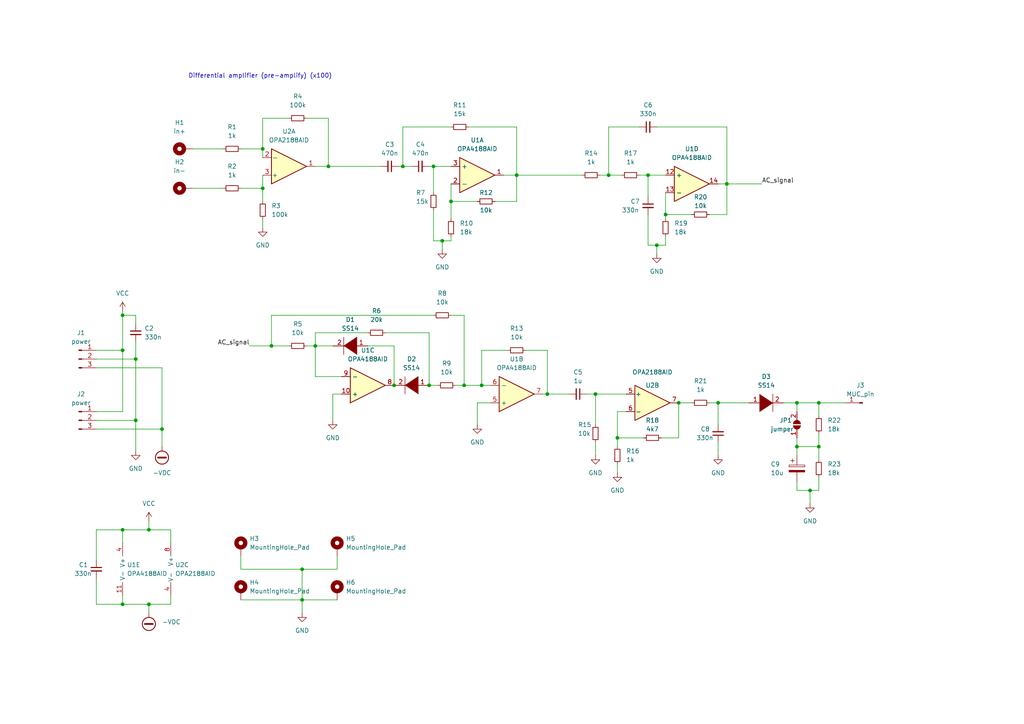
<source format=kicad_sch>
(kicad_sch (version 20211123) (generator eeschema)
  (paper "A4")
  (lib_symbols
    (symbol "Amplifier_Operational:OPA2197xD" (pin_names (offset 0.127))
      (property "Reference" "U" (at 2.54 6.35 0))
      (property "Value" "OPA2197xD" (at 2.54 3.81 0))
      (symbol "OPA2197xD_1_1"
        (polyline (pts (xy 5.08 0) (xy -5.08 5.08) (xy -5.08 -5.08) (xy 5.08 0)) (stroke (width 0.254)) (fill (type background)))
        (pin output line (at 7.62 0 180) (length 2.54) (name "~") (number "1"))
        (pin input line (at -7.62 -2.54 0) (length 2.54) (name "-") (number "2"))
        (pin input line (at -7.62 2.54 0) (length 2.54) (name "+") (number "3"))
      )
      (symbol "OPA2197xD_2_1"
        (polyline (pts (xy 5.08 0) (xy -5.08 5.08) (xy -5.08 -5.08) (xy 5.08 0)) (stroke (width 0.254)) (fill (type background)))
        (pin input line (at -7.62 2.54 0) (length 2.54) (name "+") (number "5"))
        (pin input line (at -7.62 -2.54 0) (length 2.54) (name "-") (number "6"))
        (pin output line (at 7.62 0 180) (length 2.54) (name "~") (number "7"))
      )
      (symbol "OPA2197xD_3_1"
        (pin power_in line (at 0 -7.62 90) (length 3.81) (name "V-") (number "4"))
        (pin power_in line (at 0 7.62 270) (length 3.81) (name "V+") (number "8"))
      )
    )
    (symbol "Amplifier_Operational:OPA4197xD"
      (property "Reference" "U" (at 0 3.81 0))
      (property "Value" "OPA4197xD" (at 0 -3.81 0))
      (symbol "OPA4197xD_1_1"
        (polyline (pts (xy -5.08 5.08) (xy 5.08 0) (xy -5.08 -5.08) (xy -5.08 5.08)) (stroke (width 0.254)) (fill (type background)))
        (pin output line (at 7.62 0 180) (length 2.54) (name "~") (number "1"))
        (pin input line (at -7.62 -2.54 0) (length 2.54) (name "-") (number "2"))
        (pin input line (at -7.62 2.54 0) (length 2.54) (name "+") (number "3"))
      )
      (symbol "OPA4197xD_2_1"
        (polyline (pts (xy -5.08 5.08) (xy 5.08 0) (xy -5.08 -5.08) (xy -5.08 5.08)) (stroke (width 0.254)) (fill (type background)))
        (pin input line (at -7.62 2.54 0) (length 2.54) (name "+") (number "5"))
        (pin input line (at -7.62 -2.54 0) (length 2.54) (name "-") (number "6"))
        (pin output line (at 7.62 0 180) (length 2.54) (name "~") (number "7"))
      )
      (symbol "OPA4197xD_3_1"
        (polyline (pts (xy -5.08 5.08) (xy 5.08 0) (xy -5.08 -5.08) (xy -5.08 5.08)) (stroke (width 0.254)) (fill (type background)))
        (pin input line (at -7.62 2.54 0) (length 2.54) (name "+") (number "10"))
        (pin output line (at 7.62 0 180) (length 2.54) (name "~") (number "8"))
        (pin input line (at -7.62 -2.54 0) (length 2.54) (name "-") (number "9"))
      )
      (symbol "OPA4197xD_4_1"
        (polyline (pts (xy -5.08 5.08) (xy 5.08 0) (xy -5.08 -5.08) (xy -5.08 5.08)) (stroke (width 0.254)) (fill (type background)))
        (pin input line (at -7.62 2.54 0) (length 2.54) (name "+") (number "12"))
        (pin input line (at -7.62 -2.54 0) (length 2.54) (name "-") (number "13"))
        (pin output line (at 7.62 0 180) (length 2.54) (name "~") (number "14"))
      )
      (symbol "OPA4197xD_5_1"
        (pin power_in line (at -2.54 -7.62 90) (length 3.81) (name "V-") (number "11"))
        (pin power_in line (at -2.54 7.62 270) (length 3.81) (name "V+") (number "4"))
      )
    )
    (symbol "Connector:Conn_01x01_Male" (pin_names (offset 1.016) hide)
      (property "Reference" "J" (at 0 2.54 0))
      (property "Value" "Conn_01x01_Male" (at 0 -2.54 0))
      (symbol "Conn_01x01_Male_1_1"
        (polyline (pts (xy 1.27 0) (xy 0.8636 0)) (stroke (width 0.1524)))
        (rectangle (start 0.8636 0.127) (end 0 -0.127) (stroke (width 0.1524)) (fill (type outline)))
        (pin passive line (at 5.08 0 180) (length 3.81) (name "Pin_1") (number "1"))
      )
    )
    (symbol "Connector:Conn_01x03_Male" (pin_names (offset 1.016) hide)
      (property "Reference" "J" (at 0 5.08 0))
      (property "Value" "Conn_01x03_Male" (at 0 -5.08 0))
      (symbol "Conn_01x03_Male_1_1"
        (polyline (pts (xy 1.27 -2.54) (xy 0.8636 -2.54)) (stroke (width 0.1524)))
        (polyline (pts (xy 1.27 0) (xy 0.8636 0)) (stroke (width 0.1524)))
        (polyline (pts (xy 1.27 2.54) (xy 0.8636 2.54)) (stroke (width 0.1524)))
        (rectangle (start 0.8636 -2.413) (end 0 -2.667) (stroke (width 0.1524)) (fill (type outline)))
        (rectangle (start 0.8636 0.127) (end 0 -0.127) (stroke (width 0.1524)) (fill (type outline)))
        (rectangle (start 0.8636 2.667) (end 0 2.413) (stroke (width 0.1524)) (fill (type outline)))
        (pin passive line (at 5.08 2.54 180) (length 3.81) (name "Pin_1") (number "1"))
        (pin passive line (at 5.08 0 180) (length 3.81) (name "Pin_2") (number "2"))
        (pin passive line (at 5.08 -2.54 180) (length 3.81) (name "Pin_3") (number "3"))
      )
    )
    (symbol "Device:C_Polarized" (pin_numbers hide) (pin_names (offset 0.254))
      (property "Reference" "C" (at 0.635 2.54 0))
      (property "Value" "C_Polarized" (at 0.635 -2.54 0))
      (symbol "C_Polarized_0_1"
        (rectangle (start -2.286 0.508) (end 2.286 1.016))
        (polyline (pts (xy -1.778 2.286) (xy -0.762 2.286)))
        (polyline (pts (xy -1.27 2.794) (xy -1.27 1.778)))
        (rectangle (start 2.286 -0.508) (end -2.286 -1.016) (fill (type outline)))
      )
      (symbol "C_Polarized_1_1"
        (pin passive line (at 0 3.81 270) (length 2.794) (name "~") (number "1"))
        (pin passive line (at 0 -3.81 90) (length 2.794) (name "~") (number "2"))
      )
    )
    (symbol "Device:C_Small" (pin_numbers hide) (pin_names (offset 0.254) hide)
      (property "Reference" "C" (at 0.254 1.778 0))
      (property "Value" "C_Small" (at 0.254 -2.032 0))
      (symbol "C_Small_0_1"
        (polyline (pts (xy -1.524 -0.508) (xy 1.524 -0.508)) (stroke (width 0.3302)))
        (polyline (pts (xy -1.524 0.508) (xy 1.524 0.508)) (stroke (width 0.3048)))
      )
      (symbol "C_Small_1_1"
        (pin passive line (at 0 2.54 270) (length 2.032) (name "~") (number "1"))
        (pin passive line (at 0 -2.54 90) (length 2.032) (name "~") (number "2"))
      )
    )
    (symbol "Device:R_Small" (pin_numbers hide) (pin_names (offset 0.254) hide)
      (property "Reference" "R" (at 0.762 0.508 0))
      (property "Value" "R_Small" (at 0.762 -1.016 0))
      (symbol "R_Small_0_1"
        (rectangle (start -0.762 1.778) (end 0.762 -1.778) (stroke (width 0.2032)))
      )
      (symbol "R_Small_1_1"
        (pin passive line (at 0 2.54 270) (length 0.762) (name "~") (number "1"))
        (pin passive line (at 0 -2.54 90) (length 0.762) (name "~") (number "2"))
      )
    )
    (symbol "Jumper:SolderJumper_2_Open" (pin_names (offset 0) hide)
      (property "Reference" "JP" (at 0 2.032 0))
      (property "Value" "SolderJumper_2_Open" (at 0 -2.54 0))
      (symbol "SolderJumper_2_Open_0_1"
        (arc (start -0.254 1.016) (mid -1.27 0) (end -0.254 -1.016))
        (arc (start -0.254 1.016) (mid -1.27 0) (end -0.254 -1.016) (fill (type outline)))
        (polyline (pts (xy -0.254 1.016) (xy -0.254 -1.016)))
        (polyline (pts (xy 0.254 1.016) (xy 0.254 -1.016)))
        (arc (start 0.254 -1.016) (mid 1.27 0) (end 0.254 1.016))
        (arc (start 0.254 -1.016) (mid 1.27 0) (end 0.254 1.016) (fill (type outline)))
      )
      (symbol "SolderJumper_2_Open_1_1"
        (pin passive line (at -3.81 0 0) (length 2.54) (name "A") (number "1"))
        (pin passive line (at 3.81 0 180) (length 2.54) (name "B") (number "2"))
      )
    )
    (symbol "Mechanical:MountingHole_Pad" (pin_numbers hide) (pin_names (offset 1.016) hide)
      (property "Reference" "H" (at 0 6.35 0))
      (property "Value" "MountingHole_Pad" (at 0 4.445 0))
      (symbol "MountingHole_Pad_0_1"
        (circle (center 0 1.27) (radius 1.27) (stroke (width 1.27)))
      )
      (symbol "MountingHole_Pad_1_1"
        (pin input line (at 0 -2.54 90) (length 2.54) (name "1") (number "1"))
      )
    )
    (symbol "power:-VDC" (power) (pin_names (offset 0))
      (property "Value" "-VDC" (at 0 6.35 0))
      (symbol "-VDC_0_1"
        (polyline (pts (xy -1.143 3.175) (xy 1.143 3.175)) (stroke (width 0.508)))
        (polyline (pts (xy 0 0) (xy 0 1.27)))
        (circle (center 0 3.175) (radius 1.905) (stroke (width 0.254)))
      )
      (symbol "-VDC_1_1"
        (pin power_in line (at 0 0 90) (length 0) hide (name "-VDC") (number "1"))
      )
    )
    (symbol "power:GND" (power) (pin_names (offset 0))
      (property "Value" "GND" (at 0 -3.81 0))
      (symbol "GND_0_1"
        (polyline (pts (xy 0 0) (xy 0 -1.27) (xy 1.27 -1.27) (xy 0 -2.54) (xy -1.27 -1.27) (xy 0 -1.27)))
      )
      (symbol "GND_1_1"
        (pin power_in line (at 0 0 270) (length 0) hide (name "GND") (number "1"))
      )
    )
    (symbol "power:VCC" (power) (pin_names (offset 0))
      (property "Value" "VCC" (at 0 3.81 0))
      (symbol "VCC_0_1"
        (polyline (pts (xy -0.762 1.27) (xy 0 2.54)))
        (polyline (pts (xy 0 0) (xy 0 2.54)))
        (polyline (pts (xy 0 2.54) (xy 0.762 1.27)))
      )
      (symbol "VCC_1_1"
        (pin power_in line (at 0 0 90) (length 0) hide (name "VCC") (number "1"))
      )
    )
    (symbol "pspice:DIODE" (pin_names (offset 1.016) hide)
      (property "Reference" "D" (at 0 3.81 0))
      (property "Value" "DIODE" (at 0 -4.445 0))
      (symbol "DIODE_0_1"
        (polyline (pts (xy 1.905 2.54) (xy 1.905 -2.54)))
        (polyline (pts (xy -1.905 2.54) (xy -1.905 -2.54) (xy 1.905 0)) (fill (type outline)))
      )
      (symbol "DIODE_1_1"
        (pin input line (at -5.08 0 0) (length 3.81) (name "K") (number "1"))
        (pin input line (at 5.08 0 180) (length 3.81) (name "A") (number "2"))
      )
    )
  )
  (junction (at 208.28 116.84))
  (junction (at 128.27 69.85))
  (junction (at 234.95 142.24))
  (junction (at 193.04 62.23))
  (junction (at 125.73 48.26))
  (junction (at 158.75 114.3))
  (junction (at 95.25 48.26))
  (junction (at 87.63 165.1))
  (junction (at 43.18 175.26))
  (junction (at 39.37 121.92))
  (junction (at 124.46 111.76))
  (junction (at 35.56 153.67))
  (junction (at 190.5 71.12))
  (junction (at 237.49 116.84))
  (junction (at 210.82 53.34))
  (junction (at 231.14 129.54))
  (junction (at 237.49 129.54))
  (junction (at 91.44 100.33))
  (junction (at 196.85 116.84))
  (junction (at 231.14 116.84))
  (junction (at 130.81 58.42))
  (junction (at 46.99 124.46))
  (junction (at 76.2 54.61))
  (junction (at 139.7 111.76))
  (junction (at 149.86 50.8))
  (junction (at 78.74 100.33))
  (junction (at 116.84 48.26))
  (junction (at 35.56 101.6))
  (junction (at 35.56 91.44))
  (junction (at 134.62 111.76))
  (junction (at 176.53 50.8))
  (junction (at 114.3 111.76))
  (junction (at 35.56 175.26))
  (junction (at 43.18 153.67))
  (junction (at 179.07 127))
  (junction (at 76.2 43.18))
  (junction (at 187.96 50.8))
  (junction (at 87.63 173.99))
  (junction (at 39.37 104.14))
  (junction (at 172.72 114.3))
  (wire (pts (xy 115.57 48.26) (xy 116.84 48.26)))
  (wire (pts (xy 78.74 91.44) (xy 125.73 91.44)))
  (wire (pts (xy 149.86 50.8) (xy 149.86 36.83)))
  (wire (pts (xy 35.56 153.67) (xy 35.56 157.48)))
  (wire (pts (xy 210.82 53.34) (xy 210.82 62.23)))
  (wire (pts (xy 139.7 111.76) (xy 142.24 111.76)))
  (wire (pts (xy 179.07 127) (xy 179.07 129.54)))
  (wire (pts (xy 35.56 175.26) (xy 43.18 175.26)))
  (wire (pts (xy 39.37 91.44) (xy 39.37 93.98)))
  (wire (pts (xy 134.62 91.44) (xy 134.62 111.76)))
  (wire (pts (xy 27.94 175.26) (xy 35.56 175.26)))
  (wire (pts (xy 87.63 173.99) (xy 97.79 173.99)))
  (wire (pts (xy 231.14 116.84) (xy 237.49 116.84)))
  (wire (pts (xy 132.08 111.76) (xy 134.62 111.76)))
  (wire (pts (xy 231.14 129.54) (xy 237.49 129.54)))
  (wire (pts (xy 170.18 114.3) (xy 172.72 114.3)))
  (wire (pts (xy 27.94 121.92) (xy 39.37 121.92)))
  (wire (pts (xy 187.96 71.12) (xy 190.5 71.12)))
  (wire (pts (xy 76.2 43.18) (xy 76.2 45.72)))
  (wire (pts (xy 210.82 62.23) (xy 205.74 62.23)))
  (wire (pts (xy 130.81 58.42) (xy 130.81 63.5)))
  (wire (pts (xy 49.53 153.67) (xy 49.53 157.48)))
  (wire (pts (xy 179.07 119.38) (xy 179.07 127)))
  (wire (pts (xy 35.56 90.17) (xy 35.56 91.44)))
  (wire (pts (xy 69.85 54.61) (xy 76.2 54.61)))
  (wire (pts (xy 124.46 48.26) (xy 125.73 48.26)))
  (wire (pts (xy 237.49 116.84) (xy 245.11 116.84)))
  (wire (pts (xy 231.14 139.7) (xy 231.14 142.24)))
  (wire (pts (xy 95.25 48.26) (xy 91.44 48.26)))
  (wire (pts (xy 152.4 101.6) (xy 158.75 101.6)))
  (wire (pts (xy 231.14 116.84) (xy 231.14 119.38)))
  (wire (pts (xy 172.72 128.27) (xy 172.72 132.08)))
  (wire (pts (xy 43.18 153.67) (xy 49.53 153.67)))
  (wire (pts (xy 95.25 48.26) (xy 110.49 48.26)))
  (wire (pts (xy 208.28 116.84) (xy 208.28 123.19)))
  (wire (pts (xy 128.27 69.85) (xy 128.27 72.39)))
  (wire (pts (xy 35.56 101.6) (xy 27.94 101.6)))
  (wire (pts (xy 237.49 125.73) (xy 237.49 129.54)))
  (wire (pts (xy 187.96 62.23) (xy 187.96 71.12)))
  (wire (pts (xy 99.06 114.3) (xy 96.52 114.3)))
  (wire (pts (xy 43.18 175.26) (xy 49.53 175.26)))
  (wire (pts (xy 39.37 121.92) (xy 39.37 130.81)))
  (wire (pts (xy 114.3 100.33) (xy 114.3 111.76)))
  (wire (pts (xy 125.73 69.85) (xy 128.27 69.85)))
  (wire (pts (xy 205.74 116.84) (xy 208.28 116.84)))
  (wire (pts (xy 78.74 100.33) (xy 83.82 100.33)))
  (wire (pts (xy 193.04 55.88) (xy 193.04 62.23)))
  (wire (pts (xy 76.2 54.61) (xy 76.2 50.8)))
  (wire (pts (xy 106.68 96.52) (xy 91.44 96.52)))
  (wire (pts (xy 124.46 96.52) (xy 124.46 111.76)))
  (wire (pts (xy 173.99 50.8) (xy 176.53 50.8)))
  (wire (pts (xy 76.2 34.29) (xy 83.82 34.29)))
  (wire (pts (xy 55.88 54.61) (xy 64.77 54.61)))
  (wire (pts (xy 210.82 53.34) (xy 220.98 53.34)))
  (wire (pts (xy 208.28 128.27) (xy 208.28 132.08)))
  (wire (pts (xy 190.5 71.12) (xy 193.04 71.12)))
  (wire (pts (xy 49.53 175.26) (xy 49.53 172.72)))
  (wire (pts (xy 43.18 151.13) (xy 43.18 153.67)))
  (wire (pts (xy 181.61 119.38) (xy 179.07 119.38)))
  (wire (pts (xy 116.84 48.26) (xy 119.38 48.26)))
  (wire (pts (xy 231.14 127) (xy 231.14 129.54)))
  (wire (pts (xy 193.04 62.23) (xy 200.66 62.23)))
  (wire (pts (xy 125.73 60.96) (xy 125.73 69.85)))
  (wire (pts (xy 27.94 167.64) (xy 27.94 175.26)))
  (wire (pts (xy 87.63 165.1) (xy 87.63 173.99)))
  (wire (pts (xy 76.2 43.18) (xy 76.2 34.29)))
  (wire (pts (xy 116.84 48.26) (xy 116.84 36.83)))
  (wire (pts (xy 91.44 100.33) (xy 96.52 100.33)))
  (wire (pts (xy 130.81 91.44) (xy 134.62 91.44)))
  (wire (pts (xy 176.53 36.83) (xy 185.42 36.83)))
  (wire (pts (xy 139.7 101.6) (xy 139.7 111.76)))
  (wire (pts (xy 116.84 36.83) (xy 130.81 36.83)))
  (wire (pts (xy 35.56 101.6) (xy 35.56 119.38)))
  (wire (pts (xy 185.42 50.8) (xy 187.96 50.8)))
  (wire (pts (xy 196.85 116.84) (xy 196.85 127)))
  (wire (pts (xy 43.18 153.67) (xy 35.56 153.67)))
  (wire (pts (xy 35.56 172.72) (xy 35.56 175.26)))
  (wire (pts (xy 158.75 114.3) (xy 157.48 114.3)))
  (wire (pts (xy 27.94 162.56) (xy 27.94 153.67)))
  (wire (pts (xy 76.2 54.61) (xy 76.2 58.42)))
  (wire (pts (xy 88.9 34.29) (xy 95.25 34.29)))
  (wire (pts (xy 193.04 62.23) (xy 193.04 63.5)))
  (wire (pts (xy 231.14 142.24) (xy 234.95 142.24)))
  (wire (pts (xy 27.94 106.68) (xy 46.99 106.68)))
  (wire (pts (xy 234.95 142.24) (xy 237.49 142.24)))
  (wire (pts (xy 124.46 111.76) (xy 127 111.76)))
  (wire (pts (xy 39.37 99.06) (xy 39.37 104.14)))
  (wire (pts (xy 149.86 36.83) (xy 135.89 36.83)))
  (wire (pts (xy 69.85 43.18) (xy 76.2 43.18)))
  (wire (pts (xy 237.49 116.84) (xy 237.49 120.65)))
  (wire (pts (xy 43.18 175.26) (xy 43.18 177.8)))
  (wire (pts (xy 35.56 119.38) (xy 27.94 119.38)))
  (wire (pts (xy 149.86 58.42) (xy 149.86 50.8)))
  (wire (pts (xy 231.14 132.08) (xy 231.14 129.54)))
  (wire (pts (xy 91.44 96.52) (xy 91.44 100.33)))
  (wire (pts (xy 176.53 50.8) (xy 180.34 50.8)))
  (wire (pts (xy 39.37 104.14) (xy 39.37 121.92)))
  (wire (pts (xy 187.96 50.8) (xy 193.04 50.8)))
  (wire (pts (xy 72.39 100.33) (xy 78.74 100.33)))
  (wire (pts (xy 78.74 100.33) (xy 78.74 91.44)))
  (wire (pts (xy 193.04 71.12) (xy 193.04 68.58)))
  (wire (pts (xy 97.79 165.1) (xy 97.79 161.29)))
  (wire (pts (xy 106.68 100.33) (xy 114.3 100.33)))
  (wire (pts (xy 35.56 91.44) (xy 35.56 101.6)))
  (wire (pts (xy 237.49 142.24) (xy 237.49 138.43)))
  (wire (pts (xy 149.86 50.8) (xy 168.91 50.8)))
  (wire (pts (xy 208.28 116.84) (xy 217.17 116.84)))
  (wire (pts (xy 196.85 116.84) (xy 200.66 116.84)))
  (wire (pts (xy 179.07 134.62) (xy 179.07 137.16)))
  (wire (pts (xy 158.75 114.3) (xy 165.1 114.3)))
  (wire (pts (xy 172.72 114.3) (xy 181.61 114.3)))
  (wire (pts (xy 147.32 101.6) (xy 139.7 101.6)))
  (wire (pts (xy 134.62 111.76) (xy 139.7 111.76)))
  (wire (pts (xy 27.94 124.46) (xy 46.99 124.46)))
  (wire (pts (xy 190.5 36.83) (xy 210.82 36.83)))
  (wire (pts (xy 172.72 114.3) (xy 172.72 123.19)))
  (wire (pts (xy 87.63 173.99) (xy 87.63 177.8)))
  (wire (pts (xy 91.44 100.33) (xy 91.44 109.22)))
  (wire (pts (xy 35.56 91.44) (xy 39.37 91.44)))
  (wire (pts (xy 190.5 71.12) (xy 190.5 73.66)))
  (wire (pts (xy 227.33 116.84) (xy 231.14 116.84)))
  (wire (pts (xy 96.52 114.3) (xy 96.52 121.92)))
  (wire (pts (xy 111.76 96.52) (xy 124.46 96.52)))
  (wire (pts (xy 55.88 43.18) (xy 64.77 43.18)))
  (wire (pts (xy 69.85 161.29) (xy 69.85 165.1)))
  (wire (pts (xy 176.53 50.8) (xy 176.53 36.83)))
  (wire (pts (xy 143.51 58.42) (xy 149.86 58.42)))
  (wire (pts (xy 237.49 129.54) (xy 237.49 133.35)))
  (wire (pts (xy 76.2 63.5) (xy 76.2 66.04)))
  (wire (pts (xy 210.82 53.34) (xy 208.28 53.34)))
  (wire (pts (xy 27.94 153.67) (xy 35.56 153.67)))
  (wire (pts (xy 191.77 127) (xy 196.85 127)))
  (wire (pts (xy 125.73 48.26) (xy 125.73 55.88)))
  (wire (pts (xy 69.85 173.99) (xy 87.63 173.99)))
  (wire (pts (xy 210.82 36.83) (xy 210.82 53.34)))
  (wire (pts (xy 46.99 124.46) (xy 46.99 129.54)))
  (wire (pts (xy 146.05 50.8) (xy 149.86 50.8)))
  (wire (pts (xy 125.73 48.26) (xy 130.81 48.26)))
  (wire (pts (xy 138.43 116.84) (xy 142.24 116.84)))
  (wire (pts (xy 187.96 50.8) (xy 187.96 57.15)))
  (wire (pts (xy 87.63 165.1) (xy 97.79 165.1)))
  (wire (pts (xy 46.99 106.68) (xy 46.99 124.46)))
  (wire (pts (xy 95.25 34.29) (xy 95.25 48.26)))
  (wire (pts (xy 128.27 69.85) (xy 130.81 69.85)))
  (wire (pts (xy 88.9 100.33) (xy 91.44 100.33)))
  (wire (pts (xy 130.81 53.34) (xy 130.81 58.42)))
  (wire (pts (xy 234.95 142.24) (xy 234.95 146.05)))
  (wire (pts (xy 130.81 58.42) (xy 138.43 58.42)))
  (wire (pts (xy 158.75 101.6) (xy 158.75 114.3)))
  (wire (pts (xy 91.44 109.22) (xy 99.06 109.22)))
  (wire (pts (xy 130.81 69.85) (xy 130.81 68.58)))
  (wire (pts (xy 27.94 104.14) (xy 39.37 104.14)))
  (wire (pts (xy 179.07 127) (xy 186.69 127)))
  (wire (pts (xy 69.85 165.1) (xy 87.63 165.1)))
  (wire (pts (xy 138.43 116.84) (xy 138.43 123.19)))
  (text "Differential amplifier (pre-amplify) (x100)" (at 54.61 22.86 0) (effects (font (size 1.27 1.27)) (justify left bottom)))
  (label "AC_signal" (at 72.39 100.33 180))
  (label "AC_signal" (at 220.98 53.34 0))
  (symbol (lib_id "Device:R_Small") (at 67.31 54.61 90) (unit 1)
    (property "Reference" "R2" (at 67.31 48.26 90))
    (property "Value" "1k" (at 67.31 50.8 90))
    (property "Footprint" "Resistor_SMD:R_0805_2012Metric" (effects hide))
  )
  (symbol (lib_id "Mechanical:MountingHole_Pad") (at 53.34 43.18 90) (unit 1)
    (property "Reference" "H1" (at 52.07 35.56 90))
    (property "Value" "in+" (at 52.07 38.1 90))
    (property "Footprint" "MountingHole:MountingHole_6mm" (effects hide))
  )
  (symbol (lib_id "power:-VDC") (at 46.99 129.54 180) (unit 1)
    (property "Reference" "#PWR05" (effects hide))
    (property "Value" "-VDC" (at 46.99 137.16 0))
  )
  (symbol (lib_id "power:GND") (at 138.43 123.19 0) (unit 1)
    (property "Reference" "#PWR010" (effects hide))
    (property "Value" "GND" (at 138.43 128.27 0))
  )
  (symbol (lib_id "Device:C_Small") (at 113.03 48.26 270) (unit 1)
    (property "Reference" "C3" (at 113.0236 41.91 90))
    (property "Value" "470n" (at 113.0236 44.45 90))
    (property "Footprint" "Capacitor_SMD:C_0805_2012Metric" (effects hide))
  )
  (symbol (lib_id "Amplifier_Operational:OPA4197xD") (at 38.1 165.1 0) (unit 5)
    (property "Reference" "U1" (at 36.83 163.8299 0) (effects (justify left)))
    (property "Value" "OPA4188AID" (at 36.83 166.3699 0) (effects (justify left)))
    (property "Footprint" "Package_SO:SOIC-14_3.9x8.7mm_P1.27mm" (effects hide))
    (property "Datasheet" "http://www.ti.com/lit/ds/symlink/opa4188.pdf" (effects hide))
  )
  (symbol (lib_id "Mechanical:MountingHole_Pad") (at 53.34 54.61 90) (unit 1)
    (property "Reference" "H2" (at 52.07 46.99 90))
    (property "Value" "in-" (at 52.07 49.53 90))
    (property "Footprint" "MountingHole:MountingHole_6mm" (effects hide))
  )
  (symbol (lib_id "power:VCC") (at 35.56 90.17 0) (unit 1)
    (property "Reference" "#PWR01" (effects hide))
    (property "Value" "VCC" (at 35.56 85.09 0))
  )
  (symbol (lib_id "Connector:Conn_01x03_Male") (at 22.86 104.14 0) (unit 1)
    (property "Reference" "J1" (at 23.495 96.52 0))
    (property "Value" "power" (at 23.495 99.06 0))
    (property "Footprint" "Connector_PinHeader_2.54mm:PinHeader_1x03_P2.54mm_Vertical" (effects hide))
  )
  (symbol (lib_id "Mechanical:MountingHole_Pad") (at 97.79 171.45 0) (unit 1)
    (property "Reference" "H6" (at 100.33 168.9099 0) (effects (justify left)))
    (property "Value" "MountingHole_Pad" (at 100.33 171.4499 0) (effects (justify left)))
    (property "Footprint" "MountingHole:MountingHole_2.2mm_M2_Pad_Via" (effects hide))
  )
  (symbol (lib_id "Device:R_Small") (at 125.73 58.42 0) (unit 1)
    (property "Reference" "R7" (at 120.65 55.88 0) (effects (justify left)))
    (property "Value" "15k" (at 120.65 58.42 0) (effects (justify left)))
    (property "Footprint" "Resistor_SMD:R_0805_2012Metric" (effects hide))
  )
  (symbol (lib_id "Device:R_Small") (at 149.86 101.6 90) (unit 1)
    (property "Reference" "R13" (at 149.86 95.25 90))
    (property "Value" "10k" (at 149.86 97.79 90))
    (property "Footprint" "Resistor_SMD:R_0805_2012Metric" (effects hide))
  )
  (symbol (lib_id "Device:R_Small") (at 182.88 50.8 90) (unit 1)
    (property "Reference" "R17" (at 182.88 44.45 90))
    (property "Value" "1k" (at 182.88 46.99 90))
    (property "Footprint" "Resistor_SMD:R_0805_2012Metric" (effects hide))
  )
  (symbol (lib_id "power:GND") (at 39.37 130.81 0) (unit 1)
    (property "Reference" "#PWR02" (effects hide))
    (property "Value" "GND" (at 39.37 135.89 0))
  )
  (symbol (lib_id "Device:R_Small") (at 237.49 123.19 0) (unit 1)
    (property "Reference" "R22" (at 240.03 121.9199 0) (effects (justify left)))
    (property "Value" "18k" (at 240.03 124.4599 0) (effects (justify left)))
    (property "Footprint" "Resistor_SMD:R_0805_2012Metric" (effects hide))
  )
  (symbol (lib_id "Device:C_Small") (at 121.92 48.26 90) (unit 1)
    (property "Reference" "C4" (at 121.9263 41.91 90))
    (property "Value" "470n" (at 121.9263 44.45 90))
    (property "Footprint" "Capacitor_SMD:C_0805_2012Metric" (effects hide))
  )
  (symbol (lib_id "Jumper:SolderJumper_2_Open") (at 231.14 123.19 90) (unit 1)
    (property "Reference" "JP1" (at 226.06 121.92 90) (effects (justify right)))
    (property "Value" "jumper" (at 223.52 124.46 90) (effects (justify right)))
    (property "Footprint" "Jumper:SolderJumper-2_P1.3mm_Open_Pad1.0x1.5mm" (effects hide))
  )
  (symbol (lib_id "Device:R_Small") (at 237.49 135.89 0) (unit 1)
    (property "Reference" "R23" (at 240.03 134.6199 0) (effects (justify left)))
    (property "Value" "18k" (at 240.03 137.1599 0) (effects (justify left)))
    (property "Footprint" "Resistor_SMD:R_0805_2012Metric" (effects hide))
  )
  (symbol (lib_id "Device:C_Polarized") (at 231.14 135.89 0) (unit 1)
    (property "Reference" "C9" (at 223.52 134.62 0) (effects (justify left)))
    (property "Value" "10u" (at 223.52 137.16 0) (effects (justify left)))
    (property "Footprint" "Capacitor_SMD:CP_Elec_6.3x4.5" (effects hide))
  )
  (symbol (lib_id "Device:R_Small") (at 109.22 96.52 90) (unit 1)
    (property "Reference" "R6" (at 109.22 90.17 90))
    (property "Value" "20k" (at 109.22 92.71 90))
    (property "Footprint" "Resistor_SMD:R_0805_2012Metric" (effects hide))
  )
  (symbol (lib_id "pspice:DIODE") (at 119.38 111.76 180) (unit 1)
    (property "Reference" "D2" (at 119.38 104.14 0))
    (property "Value" "SS14" (at 119.38 106.68 0))
    (property "Footprint" "Diode_SMD:D_SMA" (effects hide))
  )
  (symbol (lib_id "Device:C_Small") (at 187.96 36.83 90) (unit 1)
    (property "Reference" "C6" (at 187.9663 30.48 90))
    (property "Value" "330n" (at 187.9663 33.02 90))
    (property "Footprint" "Capacitor_SMD:C_0805_2012Metric" (effects hide))
  )
  (symbol (lib_id "Connector:Conn_01x03_Male") (at 22.86 121.92 0) (unit 1)
    (property "Reference" "J2" (at 23.495 114.3 0))
    (property "Value" "power" (at 23.495 116.84 0))
    (property "Footprint" "Connector_PinHeader_2.54mm:PinHeader_1x03_P2.54mm_Vertical" (effects hide))
  )
  (symbol (lib_id "power:GND") (at 87.63 177.8 0) (unit 1)
    (property "Reference" "#PWR07" (effects hide))
    (property "Value" "GND" (at 87.63 182.88 0))
  )
  (symbol (lib_id "power:GND") (at 179.07 137.16 0) (unit 1)
    (property "Reference" "#PWR012" (effects hide))
    (property "Value" "GND" (at 179.07 142.24 0))
  )
  (symbol (lib_id "power:GND") (at 76.2 66.04 0) (unit 1)
    (property "Reference" "#PWR06" (effects hide))
    (property "Value" "GND" (at 76.2 71.12 0))
  )
  (symbol (lib_id "Device:R_Small") (at 86.36 100.33 90) (unit 1)
    (property "Reference" "R5" (at 86.36 93.98 90))
    (property "Value" "10k" (at 86.36 96.52 90))
    (property "Footprint" "Resistor_SMD:R_0805_2012Metric" (effects hide))
  )
  (symbol (lib_id "Device:R_Small") (at 179.07 132.08 0) (unit 1)
    (property "Reference" "R16" (at 181.61 130.8099 0) (effects (justify left)))
    (property "Value" "1k" (at 181.61 133.3499 0) (effects (justify left)))
    (property "Footprint" "Resistor_SMD:R_0805_2012Metric" (effects hide))
  )
  (symbol (lib_id "Device:C_Small") (at 39.37 96.52 0) (unit 1)
    (property "Reference" "C2" (at 41.91 95.25 0) (effects (justify left)))
    (property "Value" "330n" (at 41.91 97.79 0) (effects (justify left)))
    (property "Footprint" "Capacitor_SMD:C_0805_2012Metric" (effects hide))
  )
  (symbol (lib_id "Amplifier_Operational:OPA4197xD") (at 200.66 53.34 0) (unit 4)
    (property "Reference" "U1" (at 200.66 43.18 0))
    (property "Value" "OPA4188AID" (at 200.66 45.72 0))
    (property "Footprint" "Package_SO:SOIC-14_3.9x8.7mm_P1.27mm" (effects hide))
    (property "Datasheet" "http://www.ti.com/lit/ds/symlink/opa4188.pdf" (effects hide))
  )
  (symbol (lib_id "Device:C_Small") (at 208.28 125.73 180) (unit 1)
    (property "Reference" "C8" (at 203.2 124.46 0) (effects (justify right)))
    (property "Value" "330n" (at 201.93 127 0) (effects (justify right)))
    (property "Footprint" "Capacitor_SMD:C_0805_2012Metric" (effects hide))
  )
  (symbol (lib_id "Device:R_Small") (at 171.45 50.8 90) (unit 1)
    (property "Reference" "R14" (at 171.45 44.45 90))
    (property "Value" "1k" (at 171.45 46.99 90))
    (property "Footprint" "Resistor_SMD:R_0805_2012Metric" (effects hide))
  )
  (symbol (lib_id "Device:R_Small") (at 67.31 43.18 90) (unit 1)
    (property "Reference" "R1" (at 67.31 36.83 90))
    (property "Value" "1k" (at 67.31 39.37 90))
    (property "Footprint" "Resistor_SMD:R_0805_2012Metric" (effects hide))
  )
  (symbol (lib_id "Device:R_Small") (at 133.35 36.83 90) (unit 1)
    (property "Reference" "R11" (at 133.35 30.48 90))
    (property "Value" "15k" (at 133.35 33.02 90))
    (property "Footprint" "Resistor_SMD:R_0805_2012Metric" (effects hide))
  )
  (symbol (lib_id "power:GND") (at 172.72 132.08 0) (unit 1)
    (property "Reference" "#PWR011" (effects hide))
    (property "Value" "GND" (at 172.72 137.16 0))
  )
  (symbol (lib_id "Amplifier_Operational:OPA4197xD") (at 149.86 114.3 0) (mirror x) (unit 2)
    (property "Reference" "U1" (at 149.86 104.14 0))
    (property "Value" "OPA4188AID" (at 149.86 106.68 0))
    (property "Footprint" "Package_SO:SOIC-14_3.9x8.7mm_P1.27mm" (effects hide))
    (property "Datasheet" "http://www.ti.com/lit/ds/symlink/opa4188.pdf" (effects hide))
  )
  (symbol (lib_id "power:VCC") (at 43.18 151.13 0) (unit 1)
    (property "Reference" "#PWR03" (effects hide))
    (property "Value" "VCC" (at 43.18 146.05 0))
  )
  (symbol (lib_id "Device:R_Small") (at 140.97 58.42 90) (unit 1)
    (property "Reference" "R12" (at 140.97 55.88 90))
    (property "Value" "10k" (at 140.97 60.96 90))
    (property "Footprint" "Resistor_SMD:R_0805_2012Metric" (effects hide))
  )
  (symbol (lib_id "Device:C_Small") (at 167.64 114.3 270) (unit 1)
    (property "Reference" "C5" (at 167.6336 107.95 90))
    (property "Value" "1u" (at 167.6336 110.49 90))
    (property "Footprint" "Capacitor_SMD:C_0805_2012Metric" (effects hide))
  )
  (symbol (lib_id "pspice:DIODE") (at 101.6 100.33 180) (unit 1)
    (property "Reference" "D1" (at 101.6 92.71 0))
    (property "Value" "SS14" (at 101.6 95.25 0))
    (property "Footprint" "Diode_SMD:D_SMA" (effects hide))
  )
  (symbol (lib_id "Device:C_Small") (at 27.94 165.1 0) (unit 1)
    (property "Reference" "C1" (at 22.86 163.83 0) (effects (justify left)))
    (property "Value" "330n" (at 21.59 166.37 0) (effects (justify left)))
    (property "Footprint" "Capacitor_SMD:C_0805_2012Metric" (effects hide))
  )
  (symbol (lib_id "Amplifier_Operational:OPA2197xD") (at 83.82 48.26 0) (mirror x) (unit 1)
    (property "Reference" "U2" (at 83.82 38.1 0))
    (property "Value" "OPA2188AID" (at 83.82 40.64 0))
    (property "Footprint" "Package_SO:SOIC-8_3.9x4.9mm_P1.27mm" (effects hide))
    (property "Datasheet" "http://www.ti.com/lit/ds/symlink/opa2188.pdf" (effects hide))
  )
  (symbol (lib_id "Amplifier_Operational:OPA2197xD") (at 189.23 116.84 0) (unit 2)
    (property "Reference" "U2" (at 189.23 111.76 0))
    (property "Value" "OPA2188AID" (at 189.23 107.95 0))
    (property "Footprint" "Package_SO:SOIC-8_3.9x4.9mm_P1.27mm" (effects hide))
    (property "Datasheet" "http://www.ti.com/lit/ds/symlink/opa2188.pdf" (effects hide))
  )
  (symbol (lib_id "power:GND") (at 234.95 146.05 0) (unit 1)
    (property "Reference" "#PWR015" (effects hide))
    (property "Value" "GND" (at 234.95 151.13 0))
  )
  (symbol (lib_id "power:GND") (at 208.28 132.08 0) (unit 1)
    (property "Reference" "#PWR014" (effects hide))
    (property "Value" "GND" (at 208.28 137.16 0))
  )
  (symbol (lib_id "Connector:Conn_01x01_Male") (at 250.19 116.84 0) (mirror y) (unit 1)
    (property "Reference" "J3" (at 249.555 111.76 0))
    (property "Value" "MUC_pin" (at 249.555 114.3 0))
    (property "Footprint" "Connector_PinHeader_2.54mm:PinHeader_1x01_P2.54mm_Vertical" (effects hide))
  )
  (symbol (lib_id "Device:R_Small") (at 203.2 116.84 90) (unit 1)
    (property "Reference" "R21" (at 203.2 110.49 90))
    (property "Value" "1k" (at 203.2 113.03 90))
    (property "Footprint" "Resistor_SMD:R_0805_2012Metric" (effects hide))
  )
  (symbol (lib_id "Device:R_Small") (at 193.04 66.04 0) (unit 1)
    (property "Reference" "R19" (at 195.58 64.7699 0) (effects (justify left)))
    (property "Value" "18k" (at 195.58 67.3099 0) (effects (justify left)))
    (property "Footprint" "Resistor_SMD:R_0805_2012Metric" (effects hide))
  )
  (symbol (lib_id "Device:R_Small") (at 128.27 91.44 90) (unit 1)
    (property "Reference" "R8" (at 128.27 85.09 90))
    (property "Value" "10k" (at 128.27 87.63 90))
    (property "Footprint" "Resistor_SMD:R_0805_2012Metric" (effects hide))
  )
  (symbol (lib_id "Device:R_Small") (at 130.81 66.04 0) (unit 1)
    (property "Reference" "R10" (at 133.35 64.7699 0) (effects (justify left)))
    (property "Value" "18k" (at 133.35 67.3099 0) (effects (justify left)))
    (property "Footprint" "Resistor_SMD:R_0805_2012Metric" (effects hide))
  )
  (symbol (lib_id "power:GND") (at 190.5 73.66 0) (unit 1)
    (property "Reference" "#PWR013" (effects hide))
    (property "Value" "GND" (at 190.5 78.74 0))
  )
  (symbol (lib_id "Amplifier_Operational:OPA4197xD") (at 106.68 111.76 0) (mirror x) (unit 3)
    (property "Reference" "U1" (at 106.68 101.6 0))
    (property "Value" "OPA4188AID" (at 106.68 104.14 0))
    (property "Footprint" "Package_SO:SOIC-14_3.9x8.7mm_P1.27mm" (effects hide))
    (property "Datasheet" "http://www.ti.com/lit/ds/symlink/opa4188.pdf" (effects hide))
  )
  (symbol (lib_id "power:GND") (at 96.52 121.92 0) (unit 1)
    (property "Reference" "#PWR08" (effects hide))
    (property "Value" "GND" (at 96.52 127 0))
  )
  (symbol (lib_id "Device:R_Small") (at 86.36 34.29 270) (unit 1)
    (property "Reference" "R4" (at 86.36 27.94 90))
    (property "Value" "100k" (at 86.36 30.48 90))
    (property "Footprint" "Resistor_SMD:R_0805_2012Metric" (effects hide))
  )
  (symbol (lib_id "Amplifier_Operational:OPA2197xD") (at 49.53 165.1 0) (unit 3)
    (property "Reference" "U2" (at 50.8 163.8299 0) (effects (justify left)))
    (property "Value" "OPA2188AID" (at 50.8 166.3699 0) (effects (justify left)))
    (property "Footprint" "Package_SO:SOIC-8_3.9x4.9mm_P1.27mm" (effects hide))
    (property "Datasheet" "http://www.ti.com/lit/ds/symlink/opa2188.pdf" (effects hide))
  )
  (symbol (lib_id "Device:R_Small") (at 129.54 111.76 90) (unit 1)
    (property "Reference" "R9" (at 129.54 105.41 90))
    (property "Value" "10k" (at 129.54 107.95 90))
    (property "Footprint" "Resistor_SMD:R_0805_2012Metric" (effects hide))
  )
  (symbol (lib_id "Device:R_Small") (at 172.72 125.73 0) (unit 1)
    (property "Reference" "R15" (at 167.64 123.19 0) (effects (justify left)))
    (property "Value" "10k" (at 167.64 125.73 0) (effects (justify left)))
    (property "Footprint" "Resistor_SMD:R_0805_2012Metric" (effects hide))
  )
  (symbol (lib_id "Device:C_Small") (at 187.96 59.69 0) (unit 1)
    (property "Reference" "C7" (at 182.88 58.42 0) (effects (justify left)))
    (property "Value" "330n" (at 180.34 60.96 0) (effects (justify left)))
    (property "Footprint" "Capacitor_SMD:C_0805_2012Metric" (effects hide))
  )
  (symbol (lib_id "Device:R_Small") (at 189.23 127 90) (unit 1)
    (property "Reference" "R18" (at 189.23 121.92 90))
    (property "Value" "4k7" (at 189.23 124.46 90))
    (property "Footprint" "Resistor_SMD:R_0805_2012Metric" (effects hide))
  )
  (symbol (lib_id "pspice:DIODE") (at 222.25 116.84 0) (unit 1)
    (property "Reference" "D3" (at 222.25 109.22 0))
    (property "Value" "SS14" (at 222.25 111.76 0))
    (property "Footprint" "Diode_SMD:D_SMA" (effects hide))
  )
  (symbol (lib_id "Mechanical:MountingHole_Pad") (at 69.85 171.45 0) (unit 1)
    (property "Reference" "H4" (at 72.39 168.9099 0) (effects (justify left)))
    (property "Value" "MountingHole_Pad" (at 72.39 171.4499 0) (effects (justify left)))
    (property "Footprint" "MountingHole:MountingHole_2.2mm_M2_Pad_Via" (effects hide))
  )
  (symbol (lib_id "power:-VDC") (at 43.18 177.8 180) (unit 1)
    (property "Reference" "#PWR04" (effects hide))
    (property "Value" "-VDC" (at 46.99 180.4034 0) (effects (justify right)))
  )
  (symbol (lib_id "Device:R_Small") (at 76.2 60.96 0) (unit 1)
    (property "Reference" "R3" (at 78.74 59.6899 0) (effects (justify left)))
    (property "Value" "100k" (at 78.74 62.2299 0) (effects (justify left)))
    (property "Footprint" "Resistor_SMD:R_0805_2012Metric" (effects hide))
  )
  (symbol (lib_id "power:GND") (at 128.27 72.39 0) (unit 1)
    (property "Reference" "#PWR09" (effects hide))
    (property "Value" "GND" (at 128.27 77.47 0))
  )
  (symbol (lib_id "Device:R_Small") (at 203.2 62.23 90) (unit 1)
    (property "Reference" "R20" (at 203.2 57.15 90))
    (property "Value" "10k" (at 203.2 59.69 90))
    (property "Footprint" "Resistor_SMD:R_0805_2012Metric" (effects hide))
  )
  (symbol (lib_id "Mechanical:MountingHole_Pad") (at 69.85 158.75 0) (unit 1)
    (property "Reference" "H3" (at 72.39 156.2099 0) (effects (justify left)))
    (property "Value" "MountingHole_Pad" (at 72.39 158.7499 0) (effects (justify left)))
    (property "Footprint" "MountingHole:MountingHole_2.2mm_M2_Pad_Via" (effects hide))
  )
  (symbol (lib_id "Amplifier_Operational:OPA4197xD") (at 138.43 50.8 0) (unit 1)
    (property "Reference" "U1" (at 138.43 40.64 0))
    (property "Value" "OPA4188AID" (at 138.43 43.18 0))
    (property "Footprint" "Package_SO:SOIC-14_3.9x8.7mm_P1.27mm" (effects hide))
    (property "Datasheet" "http://www.ti.com/lit/ds/symlink/opa4188.pdf" (effects hide))
  )
  (symbol (lib_id "Mechanical:MountingHole_Pad") (at 97.79 158.75 0) (unit 1)
    (property "Reference" "H5" (at 100.33 156.2099 0) (effects (justify left)))
    (property "Value" "MountingHole_Pad" (at 100.33 158.7499 0) (effects (justify left)))
    (property "Footprint" "MountingHole:MountingHole_2.2mm_M2_Pad_Via" (effects hide))
  )
)
</source>
